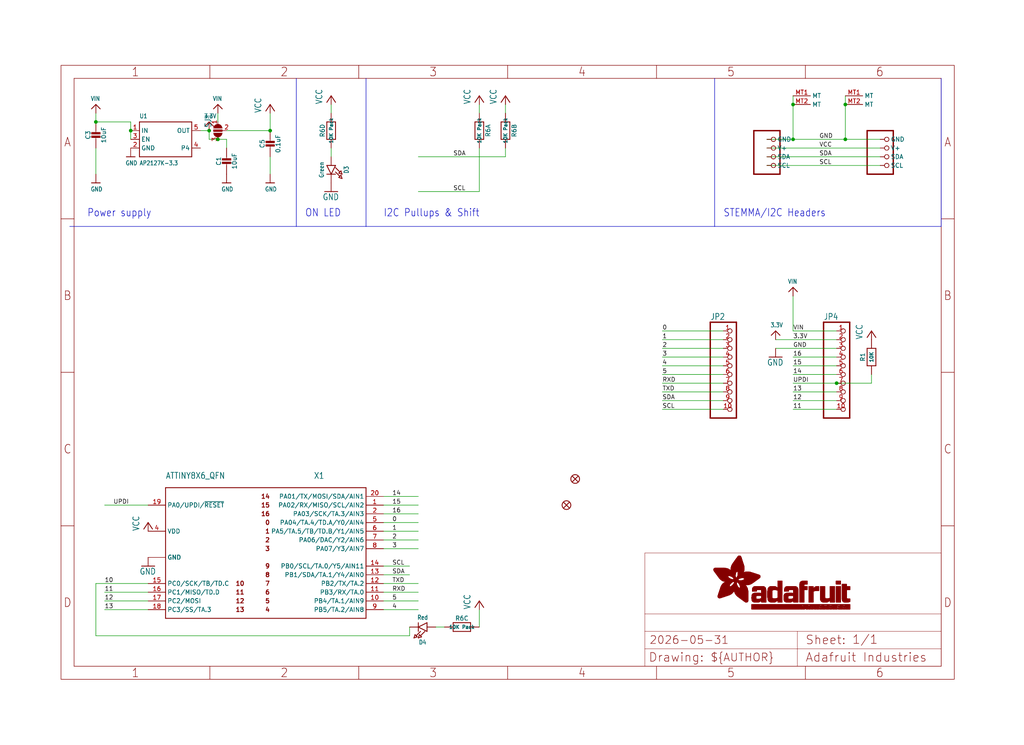
<source format=kicad_sch>
(kicad_sch (version 20230121) (generator eeschema)
  (paper "User" 298.45 217.322)
  (lib_symbols
    (symbol "working-eagle-import:3.3V" (power)
      (property "Value" "3.3V" (at -1.524 1.016 0))
      (symbol "3.3V_1_0"
        (pin power_in line (at 0 -2.54 90) (length 2.54) (name "3.3V") (number "1"))
      )
    )
    (symbol "working-eagle-import:ATTINY8X6_QFN"
      (property "Reference" "X" (at 12.7 25.4 0))
      (symbol "ATTINY8X6_QFN_1_0"
        (text "0" (at 0 12.7 0) (effects (font (size 1.27 1.27) (thickness 0.254) bold) (justify right)))
        (text "1" (at 0 10.16 0) (effects (font (size 1.27 1.27) (thickness 0.254) bold) (justify right)))
        (text "10" (at -10.16 -5.08 0) (effects (font (size 1.27 1.27) (thickness 0.254) bold) (justify left)))
        (text "11" (at -10.16 -7.62 0) (effects (font (size 1.27 1.27) (thickness 0.254) bold) (justify left)))
        (text "12" (at -10.16 -10.16 0) (effects (font (size 1.27 1.27) (thickness 0.254) bold) (justify left)))
        (text "13" (at -10.16 -12.7 0) (effects (font (size 1.27 1.27) (thickness 0.254) bold) (justify left)))
        (text "14" (at 0 20.32 0) (effects (font (size 1.27 1.27) (thickness 0.254) bold) (justify right)))
        (text "15" (at 0 17.78 0) (effects (font (size 1.27 1.27) (thickness 0.254) bold) (justify right)))
        (text "16" (at 0 15.24 0) (effects (font (size 1.27 1.27) (thickness 0.254) bold) (justify right)))
        (text "2" (at 0 7.62 0) (effects (font (size 1.27 1.27) (thickness 0.254) bold) (justify right)))
        (text "3" (at 0 5.08 0) (effects (font (size 1.27 1.27) (thickness 0.254) bold) (justify right)))
        (text "4" (at 0 -12.7 0) (effects (font (size 1.27 1.27) (thickness 0.254) bold) (justify right)))
        (text "5" (at 0 -10.16 0) (effects (font (size 1.27 1.27) (thickness 0.254) bold) (justify right)))
        (text "6" (at 0 -7.62 0) (effects (font (size 1.27 1.27) (thickness 0.254) bold) (justify right)))
        (text "7" (at 0 -5.08 0) (effects (font (size 1.27 1.27) (thickness 0.254) bold) (justify right)))
        (text "8" (at 0 -2.54 0) (effects (font (size 1.27 1.27) (thickness 0.254) bold) (justify right)))
        (text "9" (at 0 0 0) (effects (font (size 1.27 1.27) (thickness 0.254) bold) (justify right)))
        (pin bidirectional line (at 33.02 17.78 180) (length 5.08) (name "PA02/RX/MISO/SCL/AIN2") (number "1"))
        (pin bidirectional line (at 33.02 -10.16 180) (length 5.08) (name "PB4/TA.1/AIN9") (number "10"))
        (pin bidirectional line (at 33.02 -7.62 180) (length 5.08) (name "PB3/RX/TA.0") (number "11"))
        (pin bidirectional line (at 33.02 -5.08 180) (length 5.08) (name "PB2/TX/TA.2") (number "12"))
        (pin bidirectional line (at 33.02 -2.54 180) (length 5.08) (name "PB1/SDA/TA.1/Y4/AIN0") (number "13"))
        (pin bidirectional line (at 33.02 0 180) (length 5.08) (name "PB0/SCL/TA.0/Y5/AIN11") (number "14"))
        (pin bidirectional line (at -35.56 -5.08 0) (length 5.08) (name "PC0/SCK/TB/TD.C") (number "15"))
        (pin bidirectional line (at -35.56 -7.62 0) (length 5.08) (name "PC1/MISO/TD.D") (number "16"))
        (pin bidirectional line (at -35.56 -10.16 0) (length 5.08) (name "PC2/MOSI") (number "17"))
        (pin bidirectional line (at -35.56 -12.7 0) (length 5.08) (name "PC3/SS/TA.3") (number "18"))
        (pin bidirectional line (at -35.56 17.78 0) (length 5.08) (name "PA0/UPDI/~{RESET}") (number "19"))
        (pin bidirectional line (at 33.02 15.24 180) (length 5.08) (name "PA03/SCK/TA.3/AIN3") (number "2"))
        (pin bidirectional line (at 33.02 20.32 180) (length 5.08) (name "PA01/TX/MOSI/SDA/AIN1") (number "20"))
        (pin power_in line (at -35.56 2.54 0) (length 5.08) (name "GND") (number "3"))
        (pin power_in line (at -35.56 10.16 0) (length 5.08) (name "VDD") (number "4"))
        (pin bidirectional line (at 33.02 12.7 180) (length 5.08) (name "PA04/TA.4/TD.A/Y0/AIN4") (number "5"))
        (pin bidirectional line (at 33.02 10.16 180) (length 5.08) (name "PA5/TA.5/TB/TD.B/Y1/AIN5") (number "6"))
        (pin bidirectional line (at 33.02 7.62 180) (length 5.08) (name "PA06/DAC/Y2/AIN6") (number "7"))
        (pin bidirectional line (at 33.02 5.08 180) (length 5.08) (name "PA07/Y3/AIN7") (number "8"))
        (pin bidirectional line (at 33.02 -12.7 180) (length 5.08) (name "PB5/TA.2/AIN8") (number "9"))
        (pin power_in line (at -35.56 2.54 0) (length 5.08) (name "GND") (number "PAD"))
      )
    )
    (symbol "working-eagle-import:CAP_CERAMIC0603_NO"
      (property "Reference" "C" (at -2.29 1.25 90))
      (symbol "CAP_CERAMIC0603_NO_1_0"
        (pin passive line (at 0 5.08 270) (length 2.54) (name "1") (number "1"))
        (pin passive line (at 0 -2.54 90) (length 2.54) (name "2") (number "2"))
      )
    )
    (symbol "working-eagle-import:CAP_CERAMIC0805-NOOUTLINE"
      (property "Reference" "C" (at -2.29 1.25 90))
      (symbol "CAP_CERAMIC0805-NOOUTLINE_1_0"
        (pin passive line (at 0 5.08 270) (length 2.54) (name "1") (number "1"))
        (pin passive line (at 0 -2.54 90) (length 2.54) (name "2") (number "2"))
      )
    )
    (symbol "working-eagle-import:CAP_CERAMIC0805_10MGAP"
      (property "Reference" "C" (at -2.29 1.25 90))
      (symbol "CAP_CERAMIC0805_10MGAP_1_0"
        (pin passive line (at 0 5.08 270) (length 2.54) (name "1") (number "1"))
        (pin passive line (at 0 -2.54 90) (length 2.54) (name "2") (number "2"))
      )
    )
    (symbol "working-eagle-import:FIDUCIAL_1MM")
    (symbol "working-eagle-import:FRAME_A4_ADAFRUIT"
      (symbol "FRAME_A4_ADAFRUIT_1_0"
        (text "${#}/${##}" (at 230.505 10.16 0) (effects (font (size 2.54 2.54)) (justify left bottom)))
        (text "${AUTHOR}" (at 189.23 5.08 0) (effects (font (size 2.286 2.286)) (justify left bottom)))
        (text "${CURRENT_DATE}" (at 171.45 10.16 0) (effects (font (size 2.286 2.286)) (justify left bottom)))
        (text "${PROJECTNAME}" (at 171.45 15.24 0) (effects (font (size 2.54 2.54)) (justify left bottom)))
        (text "1" (at 21.6958 1.905 0) (effects (font (size 2.54 2.286))))
        (text "1" (at 21.6958 177.165 0) (effects (font (size 2.54 2.286))))
        (text "2" (at 65.0875 1.905 0) (effects (font (size 2.54 2.286))))
        (text "2" (at 65.0875 177.165 0) (effects (font (size 2.54 2.286))))
        (text "3" (at 108.4792 1.905 0) (effects (font (size 2.54 2.286))))
        (text "3" (at 108.4792 177.165 0) (effects (font (size 2.54 2.286))))
        (text "4" (at 151.8708 1.905 0) (effects (font (size 2.54 2.286))))
        (text "4" (at 151.8708 177.165 0) (effects (font (size 2.54 2.286))))
        (text "5" (at 195.2625 1.905 0) (effects (font (size 2.54 2.286))))
        (text "5" (at 195.2625 177.165 0) (effects (font (size 2.54 2.286))))
        (text "6" (at 238.6542 1.905 0) (effects (font (size 2.54 2.286))))
        (text "6" (at 238.6542 177.165 0) (effects (font (size 2.54 2.286))))
        (text "A" (at 1.905 156.6863 0) (effects (font (size 2.54 2.286))))
        (text "A" (at 258.445 156.6863 0) (effects (font (size 2.54 2.286))))
        (text "Adafruit Industries" (at 216.916 4.953 0) (effects (font (size 2.54 2.54)) (justify left bottom)))
        (text "B" (at 1.905 111.9188 0) (effects (font (size 2.54 2.286))))
        (text "B" (at 258.445 111.9188 0) (effects (font (size 2.54 2.286))))
        (text "C" (at 1.905 67.1513 0) (effects (font (size 2.54 2.286))))
        (text "C" (at 258.445 67.1513 0) (effects (font (size 2.54 2.286))))
        (text "D" (at 1.905 22.3838 0) (effects (font (size 2.54 2.286))))
        (text "D" (at 258.445 22.3838 0) (effects (font (size 2.54 2.286))))
        (text "Drawing:" (at 171.196 4.953 0) (effects (font (size 2.54 2.54)) (justify left bottom)))
        (text "Sheet:" (at 216.916 10.033 0) (effects (font (size 2.54 2.54)) (justify left bottom)))
      )
    )
    (symbol "working-eagle-import:GND" (power)
      (property "Value" "GND" (at -1.524 -2.54 0))
      (symbol "GND_1_0"
        (pin power_in line (at 0 2.54 270) (length 2.54) (name "GND") (number "1"))
      )
    )
    (symbol "working-eagle-import:HEADER-1X1070MIL"
      (property "Reference" "JP" (at -6.35 13.335 0))
      (symbol "HEADER-1X1070MIL_1_0"
        (pin passive inverted (at -2.54 10.16 0) (length 2.54) (name "1") (number "1"))
        (pin passive inverted (at -2.54 -12.7 0) (length 2.54) (name "10") (number "10"))
        (pin passive inverted (at -2.54 7.62 0) (length 2.54) (name "2") (number "2"))
        (pin passive inverted (at -2.54 5.08 0) (length 2.54) (name "3") (number "3"))
        (pin passive inverted (at -2.54 2.54 0) (length 2.54) (name "4") (number "4"))
        (pin passive inverted (at -2.54 0 0) (length 2.54) (name "5") (number "5"))
        (pin passive inverted (at -2.54 -2.54 0) (length 2.54) (name "6") (number "6"))
        (pin passive inverted (at -2.54 -5.08 0) (length 2.54) (name "7") (number "7"))
        (pin passive inverted (at -2.54 -7.62 0) (length 2.54) (name "8") (number "8"))
        (pin passive inverted (at -2.54 -10.16 0) (length 2.54) (name "9") (number "9"))
      )
    )
    (symbol "working-eagle-import:LED0603_NOOUTLINE"
      (property "Reference" "D" (at -1.27 4.445 0))
      (symbol "LED0603_NOOUTLINE_1_0"
        (pin passive line (at -5.08 0 0) (length 2.54) (name "A") (number "A"))
        (pin passive line (at 2.54 0 180) (length 2.54) (name "C") (number "C"))
      )
    )
    (symbol "working-eagle-import:RESISTOR_0603_NOOUT"
      (property "Reference" "R" (at 0 2.54 0))
      (symbol "RESISTOR_0603_NOOUT_1_0"
        (pin passive line (at -5.08 0 0) (length 2.54) (name "1") (number "1"))
        (pin passive line (at 5.08 0 180) (length 2.54) (name "2") (number "2"))
      )
    )
    (symbol "working-eagle-import:RESISTOR_4PACK"
      (property "Reference" "R" (at 0 2.54 0))
      (symbol "RESISTOR_4PACK_1_0"
        (pin passive line (at -5.08 0 0) (length 2.54) (name "1") (number "1"))
        (pin passive line (at 5.08 0 180) (length 2.54) (name "2") (number "8"))
      )
      (symbol "RESISTOR_4PACK_2_0"
        (pin passive line (at -5.08 0 0) (length 2.54) (name "1") (number "2"))
        (pin passive line (at 5.08 0 180) (length 2.54) (name "2") (number "7"))
      )
      (symbol "RESISTOR_4PACK_3_0"
        (pin passive line (at -5.08 0 0) (length 2.54) (name "1") (number "3"))
        (pin passive line (at 5.08 0 180) (length 2.54) (name "2") (number "6"))
      )
      (symbol "RESISTOR_4PACK_4_0"
        (pin passive line (at -5.08 0 0) (length 2.54) (name "1") (number "4"))
        (pin passive line (at 5.08 0 180) (length 2.54) (name "2") (number "5"))
      )
    )
    (symbol "working-eagle-import:SOLDERJUMPER_2WAY"
      (property "Reference" "SJ" (at -5.08 -3.81 0))
      (symbol "SOLDERJUMPER_2WAY_1_0"
        (pin passive line (at -2.54 0 0) (length 0) (name "1") (number "1"))
        (pin passive line (at 0 2.54 270) (length 0) (name "2") (number "2"))
        (pin passive line (at 2.54 0 180) (length 0) (name "3") (number "3"))
      )
    )
    (symbol "working-eagle-import:STEMMA_I2C_QT"
      (symbol "STEMMA_I2C_QT_1_0"
        (pin passive inverted (at 0 5.08 0) (length 2.54) (name "GND") (number "1"))
        (pin passive inverted (at 0 2.54 0) (length 2.54) (name "V+") (number "2"))
        (pin passive inverted (at 0 0 0) (length 2.54) (name "SDA") (number "3"))
        (pin passive inverted (at 0 -2.54 0) (length 2.54) (name "SCL") (number "4"))
      )
      (symbol "STEMMA_I2C_QT_2_0"
        (pin bidirectional line (at 0 0 0) (length 5.08) (name "MT") (number "MT1"))
      )
      (symbol "STEMMA_I2C_QT_3_0"
        (pin bidirectional line (at 0 0 0) (length 5.08) (name "MT") (number "MT2"))
      )
    )
    (symbol "working-eagle-import:VCC" (power)
      (property "Value" "VCC" (at -2.54 -2.54 90))
      (symbol "VCC_1_0"
        (pin power_in line (at 0 -2.54 90) (length 2.54) (name "VCC") (number "1"))
      )
    )
    (symbol "working-eagle-import:VIN" (power)
      (property "Value" "VIN" (at -1.524 1.016 0))
      (symbol "VIN_1_0"
        (pin power_in line (at 0 -2.54 90) (length 2.54) (name "VIN") (number "1"))
      )
    )
    (symbol "working-eagle-import:VREG_SOT23-5"
      (property "Reference" "U" (at -7.62 6.096 0))
      (symbol "VREG_SOT23-5_1_0"
        (pin power_in line (at -10.16 2.54 0) (length 2.54) (name "IN") (number "1"))
        (pin power_in line (at -10.16 -2.54 0) (length 2.54) (name "GND") (number "2"))
        (pin input line (at -10.16 0 0) (length 2.54) (name "EN") (number "3"))
        (pin bidirectional line (at 10.16 -2.54 180) (length 2.54) (name "P4") (number "4"))
        (pin power_in line (at 10.16 2.54 180) (length 2.54) (name "OUT") (number "5"))
      )
    )
    (symbol "working-eagle-import:supply1_GND" (power)
      (property "Value" "supply1_GND" (at -2.54 -2.54 0))
      (symbol "supply1_GND_1_0"
        (pin power_in line (at 0 2.54 270) (length 2.54) (name "GND") (number "1"))
      )
    )
  )
  (junction (at 27.94 35.56))
  (junction (at 60.96 38.1))
  (junction (at 246.38 40.64))
  (junction (at 78.74 38.1))
  (junction (at 63.5 40.64))
  (junction (at 243.84 111.76))
  (junction (at 231.14 40.64))
  (junction (at 246.38 30.48))
  (junction (at 38.1 38.1))
  (junction (at 231.14 30.48))
  (wire (pts (xy 111.76 172.72) (xy 121.92 172.72)) (stroke (width 0.1524)))
  (wire (pts (xy 96.52 30.48) (xy 96.52 33.02)) (stroke (width 0.1524)))
  (wire (pts (xy 66.04 38.1) (xy 78.74 38.1)) (stroke (width 0.1524)))
  (wire (pts (xy 27.94 170.18) (xy 27.94 185.42)) (stroke (width 0.1524)))
  (wire (pts (xy 254 111.76) (xy 254 109.22)) (stroke (width 0.1524)))
  (polyline (pts (xy 20.32 66.04) (xy 86.36 66.04)) (stroke (width 0.1524) (type solid)))
  (wire (pts (xy 111.76 177.8) (xy 121.92 177.8)) (stroke (width 0.1524)))
  (wire (pts (xy 243.84 116.84) (xy 231.14 116.84)) (stroke (width 0.1524)))
  (wire (pts (xy 139.7 30.48) (xy 139.7 33.02)) (stroke (width 0.1524)))
  (wire (pts (xy 43.18 170.18) (xy 27.94 170.18)) (stroke (width 0.1524)))
  (wire (pts (xy 111.76 154.94) (xy 121.92 154.94)) (stroke (width 0.1524)))
  (wire (pts (xy 193.04 101.6) (xy 210.82 101.6)) (stroke (width 0.1524)))
  (wire (pts (xy 66.04 40.64) (xy 66.04 43.18)) (stroke (width 0.1524)))
  (wire (pts (xy 210.82 104.14) (xy 193.04 104.14)) (stroke (width 0.1524)))
  (wire (pts (xy 111.76 160.02) (xy 121.92 160.02)) (stroke (width 0.1524)))
  (wire (pts (xy 210.82 119.38) (xy 193.04 119.38)) (stroke (width 0.1524)))
  (wire (pts (xy 210.82 99.06) (xy 193.04 99.06)) (stroke (width 0.1524)))
  (wire (pts (xy 60.96 38.1) (xy 60.96 40.64)) (stroke (width 0.1524)))
  (wire (pts (xy 43.18 172.72) (xy 30.48 172.72)) (stroke (width 0.1524)))
  (wire (pts (xy 193.04 114.3) (xy 210.82 114.3)) (stroke (width 0.1524)))
  (wire (pts (xy 43.18 147.32) (xy 30.48 147.32)) (stroke (width 0.1524)))
  (wire (pts (xy 193.04 106.68) (xy 210.82 106.68)) (stroke (width 0.1524)))
  (wire (pts (xy 193.04 116.84) (xy 210.82 116.84)) (stroke (width 0.1524)))
  (wire (pts (xy 78.74 45.72) (xy 78.74 50.8)) (stroke (width 0.1524)))
  (polyline (pts (xy 274.32 22.86) (xy 274.32 66.04)) (stroke (width 0.1524) (type solid)))
  (wire (pts (xy 111.76 144.78) (xy 121.92 144.78)) (stroke (width 0.1524)))
  (wire (pts (xy 231.14 109.22) (xy 243.84 109.22)) (stroke (width 0.1524)))
  (wire (pts (xy 231.14 119.38) (xy 243.84 119.38)) (stroke (width 0.1524)))
  (wire (pts (xy 38.1 40.64) (xy 38.1 38.1)) (stroke (width 0.1524)))
  (polyline (pts (xy 208.28 66.04) (xy 274.32 66.04)) (stroke (width 0.1524) (type solid)))
  (wire (pts (xy 231.14 27.94) (xy 231.14 30.48)) (stroke (width 0.1524)))
  (wire (pts (xy 111.76 147.32) (xy 121.92 147.32)) (stroke (width 0.1524)))
  (wire (pts (xy 96.52 45.72) (xy 96.52 43.18)) (stroke (width 0.1524)))
  (wire (pts (xy 111.76 170.18) (xy 121.92 170.18)) (stroke (width 0.1524)))
  (wire (pts (xy 231.14 30.48) (xy 231.14 40.64)) (stroke (width 0.1524)))
  (wire (pts (xy 210.82 111.76) (xy 193.04 111.76)) (stroke (width 0.1524)))
  (wire (pts (xy 147.32 33.02) (xy 147.32 30.48)) (stroke (width 0.1524)))
  (wire (pts (xy 111.76 165.1) (xy 119.38 165.1)) (stroke (width 0.1524)))
  (wire (pts (xy 27.94 50.8) (xy 27.94 43.18)) (stroke (width 0.1524)))
  (wire (pts (xy 243.84 111.76) (xy 231.14 111.76)) (stroke (width 0.1524)))
  (wire (pts (xy 27.94 33.02) (xy 27.94 35.56)) (stroke (width 0.1524)))
  (wire (pts (xy 43.18 177.8) (xy 30.48 177.8)) (stroke (width 0.1524)))
  (wire (pts (xy 121.92 149.86) (xy 111.76 149.86)) (stroke (width 0.1524)))
  (wire (pts (xy 127 182.88) (xy 129.54 182.88)) (stroke (width 0.1524)))
  (wire (pts (xy 119.38 185.42) (xy 119.38 182.88)) (stroke (width 0.1524)))
  (wire (pts (xy 246.38 27.94) (xy 246.38 30.48)) (stroke (width 0.1524)))
  (polyline (pts (xy 106.68 66.04) (xy 208.28 66.04)) (stroke (width 0.1524) (type solid)))
  (wire (pts (xy 246.38 30.48) (xy 246.38 40.64)) (stroke (width 0.1524)))
  (polyline (pts (xy 106.68 22.86) (xy 106.68 66.04)) (stroke (width 0.1524) (type solid)))
  (wire (pts (xy 30.48 175.26) (xy 43.18 175.26)) (stroke (width 0.1524)))
  (polyline (pts (xy 208.28 22.86) (xy 208.28 66.04)) (stroke (width 0.1524) (type solid)))
  (wire (pts (xy 210.82 109.22) (xy 193.04 109.22)) (stroke (width 0.1524)))
  (wire (pts (xy 226.06 101.6) (xy 243.84 101.6)) (stroke (width 0.1524)))
  (wire (pts (xy 231.14 114.3) (xy 243.84 114.3)) (stroke (width 0.1524)))
  (wire (pts (xy 243.84 111.76) (xy 254 111.76)) (stroke (width 0.1524)))
  (wire (pts (xy 147.32 43.18) (xy 147.32 45.72)) (stroke (width 0.1524)))
  (wire (pts (xy 223.52 48.26) (xy 256.54 48.26)) (stroke (width 0.1524)))
  (wire (pts (xy 256.54 45.72) (xy 223.52 45.72)) (stroke (width 0.1524)))
  (wire (pts (xy 223.52 43.18) (xy 256.54 43.18)) (stroke (width 0.1524)))
  (wire (pts (xy 139.7 177.8) (xy 139.7 182.88)) (stroke (width 0.1524)))
  (wire (pts (xy 147.32 45.72) (xy 121.92 45.72)) (stroke (width 0.1524)))
  (polyline (pts (xy 86.36 22.86) (xy 86.36 66.04)) (stroke (width 0.1524) (type solid)))
  (wire (pts (xy 60.96 40.64) (xy 63.5 40.64)) (stroke (width 0.1524)))
  (wire (pts (xy 231.14 96.52) (xy 243.84 96.52)) (stroke (width 0.1524)))
  (wire (pts (xy 231.14 106.68) (xy 243.84 106.68)) (stroke (width 0.1524)))
  (wire (pts (xy 119.38 167.64) (xy 111.76 167.64)) (stroke (width 0.1524)))
  (wire (pts (xy 139.7 43.18) (xy 139.7 55.88)) (stroke (width 0.1524)))
  (wire (pts (xy 63.5 33.02) (xy 63.5 35.56)) (stroke (width 0.1524)))
  (wire (pts (xy 78.74 33.02) (xy 78.74 38.1)) (stroke (width 0.1524)))
  (wire (pts (xy 121.92 157.48) (xy 111.76 157.48)) (stroke (width 0.1524)))
  (wire (pts (xy 63.5 40.64) (xy 66.04 40.64)) (stroke (width 0.1524)))
  (wire (pts (xy 27.94 185.42) (xy 119.38 185.42)) (stroke (width 0.1524)))
  (wire (pts (xy 231.14 40.64) (xy 223.52 40.64)) (stroke (width 0.1524)))
  (wire (pts (xy 210.82 96.52) (xy 193.04 96.52)) (stroke (width 0.1524)))
  (wire (pts (xy 139.7 55.88) (xy 121.92 55.88)) (stroke (width 0.1524)))
  (wire (pts (xy 256.54 40.64) (xy 246.38 40.64)) (stroke (width 0.1524)))
  (wire (pts (xy 38.1 35.56) (xy 38.1 38.1)) (stroke (width 0.1524)))
  (wire (pts (xy 243.84 104.14) (xy 231.14 104.14)) (stroke (width 0.1524)))
  (wire (pts (xy 58.42 38.1) (xy 60.96 38.1)) (stroke (width 0.1524)))
  (wire (pts (xy 231.14 96.52) (xy 231.14 86.36)) (stroke (width 0.1524)))
  (wire (pts (xy 27.94 35.56) (xy 38.1 35.56)) (stroke (width 0.1524)))
  (polyline (pts (xy 86.36 66.04) (xy 106.68 66.04)) (stroke (width 0.1524) (type solid)))
  (wire (pts (xy 243.84 99.06) (xy 226.06 99.06)) (stroke (width 0.1524)))
  (wire (pts (xy 231.14 40.64) (xy 246.38 40.64)) (stroke (width 0.1524)))
  (wire (pts (xy 121.92 175.26) (xy 111.76 175.26)) (stroke (width 0.1524)))
  (wire (pts (xy 111.76 152.4) (xy 121.92 152.4)) (stroke (width 0.1524)))
  (text "ON LED" (at 88.9 63.5 0) (effects (font (size 2.1844 1.8567)) (justify left bottom)))
  (text "Power supply" (at 25.4 63.5 0) (effects (font (size 2.1844 1.8567)) (justify left bottom)))
  (text "I2C Pullups & Shift" (at 111.76 63.5 0) (effects (font (size 2.1844 1.8567)) (justify left bottom)))
  (text "STEMMA/I2C Headers" (at 210.82 63.5 0) (effects (font (size 2.1844 1.8567)) (justify left bottom)))
  (label "12" (at 30.48 175.26 0) (effects (font (size 1.2446 1.2446))))
  (label "4" (at 114.3 177.8 0) (effects (font (size 1.2446 1.2446))))
  (label "GND" (at 238.76 40.64 0) (effects (font (size 1.2446 1.2446))))
  (label "3" (at 114.3 160.02 0) (effects (font (size 1.2446 1.2446))))
  (label "UPDI" (at 231.14 111.76 0) (effects (font (size 1.2446 1.2446))))
  (label "13" (at 231.14 114.3 0) (effects (font (size 1.2446 1.2446))))
  (label "GND" (at 231.14 101.6 0) (effects (font (size 1.2446 1.2446))))
  (label "SCL" (at 132.08 55.88 0) (effects (font (size 1.2446 1.2446))))
  (label "VIN" (at 231.14 96.52 0) (effects (font (size 1.2446 1.2446))))
  (label "SCL" (at 114.3 165.1 0) (effects (font (size 1.2446 1.2446))))
  (label "13" (at 30.48 177.8 0) (effects (font (size 1.2446 1.2446))))
  (label "SDA" (at 114.3 167.64 0) (effects (font (size 1.2446 1.2446))))
  (label "14" (at 114.3 144.78 0) (effects (font (size 1.2446 1.2446))))
  (label "12" (at 231.14 116.84 0) (effects (font (size 1.2446 1.2446))))
  (label "SCL" (at 238.76 48.26 0) (effects (font (size 1.2446 1.2446))))
  (label "RXD" (at 114.3 172.72 0) (effects (font (size 1.2446 1.2446))))
  (label "2" (at 193.04 101.6 0) (effects (font (size 1.2446 1.2446))))
  (label "16" (at 231.14 104.14 0) (effects (font (size 1.2446 1.2446))))
  (label "10" (at 30.48 170.18 0) (effects (font (size 1.2446 1.2446))))
  (label "UPDI" (at 33.02 147.32 0) (effects (font (size 1.2446 1.2446))))
  (label "0" (at 114.3 152.4 0) (effects (font (size 1.2446 1.2446))))
  (label "TXD" (at 193.04 114.3 0) (effects (font (size 1.2446 1.2446))))
  (label "1" (at 193.04 99.06 0) (effects (font (size 1.2446 1.2446))))
  (label "1" (at 114.3 154.94 0) (effects (font (size 1.2446 1.2446))))
  (label "3" (at 193.04 104.14 0) (effects (font (size 1.2446 1.2446))))
  (label "TXD" (at 114.3 170.18 0) (effects (font (size 1.2446 1.2446))))
  (label "SDA" (at 238.76 45.72 0) (effects (font (size 1.2446 1.2446))))
  (label "0" (at 193.04 96.52 0) (effects (font (size 1.2446 1.2446))))
  (label "VCC" (at 238.76 43.18 0) (effects (font (size 1.2446 1.2446))))
  (label "SDA" (at 132.08 45.72 0) (effects (font (size 1.2446 1.2446))))
  (label "11" (at 30.48 172.72 0) (effects (font (size 1.2446 1.2446))))
  (label "5" (at 193.04 109.22 0) (effects (font (size 1.2446 1.2446))))
  (label "2" (at 114.3 157.48 0) (effects (font (size 1.2446 1.2446))))
  (label "16" (at 114.3 149.86 0) (effects (font (size 1.2446 1.2446))))
  (label "5" (at 114.3 175.26 0) (effects (font (size 1.2446 1.2446))))
  (label "11" (at 231.14 119.38 0) (effects (font (size 1.2446 1.2446))))
  (label "15" (at 231.14 106.68 0) (effects (font (size 1.2446 1.2446))))
  (label "SDA" (at 193.04 116.84 0) (effects (font (size 1.2446 1.2446))))
  (label "RXD" (at 193.04 111.76 0) (effects (font (size 1.2446 1.2446))))
  (label "14" (at 231.14 109.22 0) (effects (font (size 1.2446 1.2446))))
  (label "3.3V" (at 231.14 99.06 0) (effects (font (size 1.2446 1.2446))))
  (label "SCL" (at 193.04 119.38 0) (effects (font (size 1.2446 1.2446))))
  (label "15" (at 114.3 147.32 0) (effects (font (size 1.2446 1.2446))))
  (label "4" (at 193.04 106.68 0) (effects (font (size 1.2446 1.2446))))
  (symbol (lib_id "working-eagle-import:ATTINY8X6_QFN") (at 78.74 165.1 0) (unit 1)
    (property "Reference" "X1" (at 91.44 139.7 0) (effects (font (size 1.778 1.5113)) (justify left bottom)))
    (property "Value" "ATTINY8X6_QFN" (at 48.26 139.7 0) (effects (font (size 1.778 1.5113)) (justify left bottom)))
    (property "Footprint" "working:QFN20_3MM" (effects hide))
  )
  (symbol (lib_id "working-eagle-import:3.3V") (at 226.06 96.52 0) (unit 1)
    (property "Reference" "#U$9" (effects hide))
    (property "Value" "3.3V" (at 224.536 95.504 0) (effects (font (size 1.27 1.0795)) (justify left bottom)))
  )
  (symbol (lib_id "working-eagle-import:GND") (at 78.74 53.34 0) (unit 1)
    (property "Reference" "#U$14" (effects hide))
    (property "Value" "GND" (at 77.216 55.88 0) (effects (font (size 1.27 1.0795)) (justify left bottom)))
  )
  (symbol (lib_id "working-eagle-import:RESISTOR_4PACK") (at 134.62 182.88 0) (unit 3)
    (property "Reference" "R6" (at 134.62 180.34 0))
    (property "Value" "10K Pack" (at 134.62 182.88 0) (effects (font (size 1.016 1.016) bold)))
    (property "Footprint" "working:RESPACK_4X0603" (effects hide))
  )
  (symbol (lib_id "working-eagle-import:VIN") (at 231.14 83.82 0) (unit 1)
    (property "Reference" "#U$5" (effects hide))
    (property "Value" "VIN" (at 229.616 82.804 0) (effects (font (size 1.27 1.0795)) (justify left bottom)))
  )
  (symbol (lib_id "working-eagle-import:GND") (at 66.04 53.34 0) (unit 1)
    (property "Reference" "#U$3" (effects hide))
    (property "Value" "GND" (at 64.516 55.88 0) (effects (font (size 1.27 1.0795)) (justify left bottom)))
  )
  (symbol (lib_id "working-eagle-import:STEMMA_I2C_QT") (at 231.14 30.48 0) (unit 3)
    (property "Reference" "CONN3" (effects hide))
    (property "Value" "STEMMA_I2C_QT" (effects hide))
    (property "Footprint" "working:JST_SH4" (effects hide))
  )
  (symbol (lib_id "working-eagle-import:GND") (at 38.1 45.72 0) (unit 1)
    (property "Reference" "#U$2" (effects hide))
    (property "Value" "GND" (at 36.576 48.26 0) (effects (font (size 1.27 1.0795)) (justify left bottom)))
  )
  (symbol (lib_id "working-eagle-import:VCC") (at 254 96.52 0) (unit 1)
    (property "Reference" "#P+3" (effects hide))
    (property "Value" "VCC" (at 251.46 99.06 90) (effects (font (size 1.778 1.5113)) (justify left bottom)))
  )
  (symbol (lib_id "working-eagle-import:VREG_SOT23-5") (at 48.26 40.64 0) (unit 1)
    (property "Reference" "U1" (at 40.64 34.544 0) (effects (font (size 1.27 1.0795)) (justify left bottom)))
    (property "Value" "AP2127K-3.3" (at 40.64 48.26 0) (effects (font (size 1.27 1.0795)) (justify left bottom)))
    (property "Footprint" "working:SOT23-5" (effects hide))
  )
  (symbol (lib_id "working-eagle-import:CAP_CERAMIC0805_10MGAP") (at 66.04 48.26 0) (unit 1)
    (property "Reference" "C1" (at 63.75 47.01 90))
    (property "Value" "10uF" (at 68.34 47.01 90))
    (property "Footprint" "working:0805_10MGAP" (effects hide))
  )
  (symbol (lib_id "working-eagle-import:GND") (at 27.94 53.34 0) (unit 1)
    (property "Reference" "#U$13" (effects hide))
    (property "Value" "GND" (at 26.416 55.88 0) (effects (font (size 1.27 1.0795)) (justify left bottom)))
  )
  (symbol (lib_id "working-eagle-import:RESISTOR_4PACK") (at 96.52 38.1 90) (unit 4)
    (property "Reference" "R6" (at 93.98 38.1 0))
    (property "Value" "10K Pack" (at 96.52 38.1 0) (effects (font (size 1.016 1.016) bold)))
    (property "Footprint" "working:RESPACK_4X0603" (effects hide))
  )
  (symbol (lib_id "working-eagle-import:FRAME_A4_ADAFRUIT") (at 17.78 198.12 0) (unit 1)
    (property "Reference" "#U$28" (effects hide))
    (property "Value" "FRAME_A4_ADAFRUIT" (effects hide))
  )
  (symbol (lib_id "working-eagle-import:FIDUCIAL_1MM") (at 167.64 139.7 0) (unit 1)
    (property "Reference" "FID2" (effects hide))
    (property "Value" "FIDUCIAL_1MM" (effects hide))
    (property "Footprint" "working:FIDUCIAL_1MM" (effects hide))
  )
  (symbol (lib_id "working-eagle-import:VCC") (at 96.52 27.94 0) (unit 1)
    (property "Reference" "#P+6" (effects hide))
    (property "Value" "VCC" (at 93.98 30.48 90) (effects (font (size 1.778 1.5113)) (justify left bottom)))
  )
  (symbol (lib_id "working-eagle-import:HEADER-1X1070MIL") (at 213.36 106.68 0) (unit 1)
    (property "Reference" "JP2" (at 207.01 93.345 0) (effects (font (size 1.778 1.5113)) (justify left bottom)))
    (property "Value" "HEADER-1X1070MIL" (effects hide))
    (property "Footprint" "working:1X10_ROUND70" (effects hide))
  )
  (symbol (lib_id "working-eagle-import:VCC") (at 139.7 27.94 0) (unit 1)
    (property "Reference" "#P+1" (effects hide))
    (property "Value" "VCC" (at 137.16 30.48 90) (effects (font (size 1.778 1.5113)) (justify left bottom)))
  )
  (symbol (lib_id "working-eagle-import:STEMMA_I2C_QT") (at 231.14 27.94 0) (unit 2)
    (property "Reference" "CONN3" (effects hide))
    (property "Value" "STEMMA_I2C_QT" (effects hide))
    (property "Footprint" "working:JST_SH4" (effects hide))
  )
  (symbol (lib_id "working-eagle-import:VCC") (at 139.7 175.26 0) (unit 1)
    (property "Reference" "#P+9" (effects hide))
    (property "Value" "VCC" (at 137.16 177.8 90) (effects (font (size 1.778 1.5113)) (justify left bottom)))
  )
  (symbol (lib_id "working-eagle-import:STEMMA_I2C_QT") (at 246.38 30.48 0) (unit 3)
    (property "Reference" "CONN4" (effects hide))
    (property "Value" "STEMMA_I2C_QT" (effects hide))
    (property "Footprint" "working:JST_SH4" (effects hide))
  )
  (symbol (lib_id "working-eagle-import:RESISTOR_4PACK") (at 139.7 38.1 270) (unit 1)
    (property "Reference" "R6" (at 142.24 38.1 0))
    (property "Value" "10K Pack" (at 139.7 38.1 0) (effects (font (size 1.016 1.016) bold)))
    (property "Footprint" "working:RESPACK_4X0603" (effects hide))
  )
  (symbol (lib_id "working-eagle-import:VCC") (at 78.74 30.48 0) (unit 1)
    (property "Reference" "#P+5" (effects hide))
    (property "Value" "VCC" (at 76.2 33.02 90) (effects (font (size 1.778 1.5113)) (justify left bottom)))
  )
  (symbol (lib_id "working-eagle-import:VCC") (at 147.32 27.94 0) (unit 1)
    (property "Reference" "#P+2" (effects hide))
    (property "Value" "VCC" (at 144.78 30.48 90) (effects (font (size 1.778 1.5113)) (justify left bottom)))
  )
  (symbol (lib_id "working-eagle-import:supply1_GND") (at 226.06 104.14 0) (unit 1)
    (property "Reference" "#GND9" (effects hide))
    (property "Value" "GND" (at 223.52 106.68 0) (effects (font (size 1.778 1.5113)) (justify left bottom)))
  )
  (symbol (lib_id "working-eagle-import:SOLDERJUMPER_2WAY") (at 63.5 38.1 270) (unit 1)
    (property "Reference" "SJ1" (at 59.69 33.02 0) (effects (font (size 1.778 1.5113)) (justify left bottom)))
    (property "Value" "SOLDERJUMPER_2WAY" (effects hide))
    (property "Footprint" "working:SOLDERJUMPER_2WAY_OPEN_NOPASTE" (effects hide))
  )
  (symbol (lib_id "working-eagle-import:LED0603_NOOUTLINE") (at 96.52 50.8 270) (unit 1)
    (property "Reference" "D3" (at 100.965 49.53 0) (effects (font (size 1.27 1.0795))))
    (property "Value" "Green" (at 93.726 49.53 0) (effects (font (size 1.27 1.0795))))
    (property "Footprint" "working:CHIPLED_0603_NOOUTLINE" (effects hide))
  )
  (symbol (lib_id "working-eagle-import:supply1_GND") (at 43.18 165.1 0) (unit 1)
    (property "Reference" "#GND16" (effects hide))
    (property "Value" "GND" (at 40.64 167.64 0) (effects (font (size 1.778 1.5113)) (justify left bottom)))
  )
  (symbol (lib_id "working-eagle-import:VIN") (at 27.94 30.48 0) (unit 1)
    (property "Reference" "#U$1" (effects hide))
    (property "Value" "VIN" (at 26.416 29.464 0) (effects (font (size 1.27 1.0795)) (justify left bottom)))
  )
  (symbol (lib_id "working-eagle-import:FIDUCIAL_1MM") (at 165.1 147.32 0) (unit 1)
    (property "Reference" "FID1" (effects hide))
    (property "Value" "FIDUCIAL_1MM" (effects hide))
    (property "Footprint" "working:FIDUCIAL_1MM" (effects hide))
  )
  (symbol (lib_id "working-eagle-import:HEADER-1X1070MIL") (at 246.38 106.68 0) (unit 1)
    (property "Reference" "JP4" (at 240.03 93.345 0) (effects (font (size 1.778 1.5113)) (justify left bottom)))
    (property "Value" "HEADER-1X1070MIL" (effects hide))
    (property "Footprint" "working:1X10_ROUND70" (effects hide))
  )
  (symbol (lib_id "working-eagle-import:3.3V") (at 60.96 35.56 0) (unit 1)
    (property "Reference" "#U$6" (effects hide))
    (property "Value" "3.3V" (at 59.436 34.544 0) (effects (font (size 1.27 1.0795)) (justify left bottom)))
  )
  (symbol (lib_id "working-eagle-import:RESISTOR_4PACK") (at 147.32 38.1 270) (unit 2)
    (property "Reference" "R6" (at 149.86 38.1 0))
    (property "Value" "10K Pack" (at 147.32 38.1 0) (effects (font (size 1.016 1.016) bold)))
    (property "Footprint" "working:RESPACK_4X0603" (effects hide))
  )
  (symbol (lib_id "working-eagle-import:supply1_GND") (at 96.52 55.88 0) (unit 1)
    (property "Reference" "#GND13" (effects hide))
    (property "Value" "GND" (at 93.98 58.42 0) (effects (font (size 1.778 1.5113)) (justify left bottom)))
  )
  (symbol (lib_id "working-eagle-import:CAP_CERAMIC0805-NOOUTLINE") (at 27.94 40.64 0) (unit 1)
    (property "Reference" "C3" (at 25.65 39.39 90))
    (property "Value" "10uF" (at 30.24 39.39 90))
    (property "Footprint" "working:0805-NO" (effects hide))
  )
  (symbol (lib_id "working-eagle-import:RESISTOR_0603_NOOUT") (at 254 104.14 90) (unit 1)
    (property "Reference" "R1" (at 251.46 104.14 0))
    (property "Value" "10K" (at 254 104.14 0) (effects (font (size 1.016 1.016) bold)))
    (property "Footprint" "working:0603-NO" (effects hide))
  )
  (symbol (lib_id "working-eagle-import:VCC") (at 43.18 152.4 0) (unit 1)
    (property "Reference" "#P+8" (effects hide))
    (property "Value" "VCC" (at 40.64 154.94 90) (effects (font (size 1.778 1.5113)) (justify left bottom)))
  )
  (symbol (lib_id "working-eagle-import:CAP_CERAMIC0603_NO") (at 78.74 43.18 0) (unit 1)
    (property "Reference" "C5" (at 76.45 41.93 90))
    (property "Value" "0.1uF" (at 81.04 41.93 90))
    (property "Footprint" "working:0603-NO" (effects hide))
  )
  (symbol (lib_id "working-eagle-import:LED0603_NOOUTLINE") (at 121.92 182.88 180) (unit 1)
    (property "Reference" "D4" (at 123.19 187.325 0) (effects (font (size 1.27 1.0795))))
    (property "Value" "Red" (at 123.19 180.086 0) (effects (font (size 1.27 1.0795))))
    (property "Footprint" "working:CHIPLED_0603_NOOUTLINE" (effects hide))
  )
  (symbol (lib_id "working-eagle-import:VIN") (at 63.5 30.48 0) (unit 1)
    (property "Reference" "#U$4" (effects hide))
    (property "Value" "VIN" (at 61.976 29.464 0) (effects (font (size 1.27 1.0795)) (justify left bottom)))
  )
  (symbol (lib_id "working-eagle-import:STEMMA_I2C_QT") (at 223.52 45.72 0) (unit 1)
    (property "Reference" "CONN3" (effects hide))
    (property "Value" "STEMMA_I2C_QT" (effects hide))
    (property "Footprint" "working:JST_SH4" (effects hide))
  )
  (symbol (lib_id "working-eagle-import:STEMMA_I2C_QT") (at 256.54 45.72 0) (unit 1)
    (property "Reference" "CONN4" (effects hide))
    (property "Value" "STEMMA_I2C_QT" (effects hide))
    (property "Footprint" "working:JST_SH4" (effects hide))
  )
  (symbol (lib_id "working-eagle-import:STEMMA_I2C_QT") (at 246.38 27.94 0) (unit 2)
    (property "Reference" "CONN4" (effects hide))
    (property "Value" "STEMMA_I2C_QT" (effects hide))
    (property "Footprint" "working:JST_SH4" (effects hide))
  )
)
</source>
